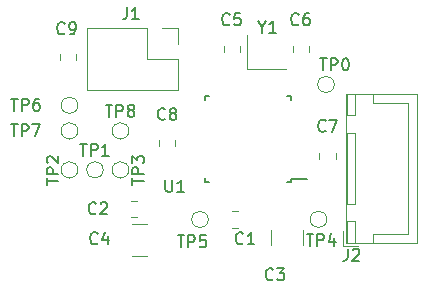
<source format=gbr>
G04 #@! TF.GenerationSoftware,KiCad,Pcbnew,(5.1.2-1)-1*
G04 #@! TF.CreationDate,2020-02-16T12:27:45-05:00*
G04 #@! TF.ProjectId,Delibird,44656c69-6269-4726-942e-6b696361645f,rev?*
G04 #@! TF.SameCoordinates,Original*
G04 #@! TF.FileFunction,Legend,Top*
G04 #@! TF.FilePolarity,Positive*
%FSLAX46Y46*%
G04 Gerber Fmt 4.6, Leading zero omitted, Abs format (unit mm)*
G04 Created by KiCad (PCBNEW (5.1.2-1)-1) date 2020-02-16 12:27:45*
%MOMM*%
%LPD*%
G04 APERTURE LIST*
%ADD10C,0.120000*%
%ADD11C,0.150000*%
G04 APERTURE END LIST*
D10*
X42843000Y-33885000D02*
X44093000Y-33885000D01*
X42843000Y-32635000D02*
X42843000Y-33885000D01*
X48343000Y-21735000D02*
X48343000Y-27285000D01*
X45393000Y-21735000D02*
X48343000Y-21735000D01*
X45393000Y-20985000D02*
X45393000Y-21735000D01*
X48343000Y-32835000D02*
X48343000Y-27285000D01*
X45393000Y-32835000D02*
X48343000Y-32835000D01*
X45393000Y-33585000D02*
X45393000Y-32835000D01*
X43143000Y-20985000D02*
X43143000Y-22785000D01*
X43893000Y-20985000D02*
X43143000Y-20985000D01*
X43893000Y-22785000D02*
X43893000Y-20985000D01*
X43143000Y-22785000D02*
X43893000Y-22785000D01*
X43143000Y-31785000D02*
X43143000Y-33585000D01*
X43893000Y-31785000D02*
X43143000Y-31785000D01*
X43893000Y-33585000D02*
X43893000Y-31785000D01*
X43143000Y-33585000D02*
X43893000Y-33585000D01*
X43143000Y-24285000D02*
X43143000Y-30285000D01*
X43893000Y-24285000D02*
X43143000Y-24285000D01*
X43893000Y-30285000D02*
X43893000Y-24285000D01*
X43143000Y-30285000D02*
X43893000Y-30285000D01*
X43133000Y-20975000D02*
X43133000Y-33595000D01*
X49103000Y-20975000D02*
X43133000Y-20975000D01*
X49103000Y-33595000D02*
X49103000Y-20975000D01*
X43133000Y-33595000D02*
X49103000Y-33595000D01*
D11*
X38404000Y-28224000D02*
X39829000Y-28224000D01*
X31154000Y-28449000D02*
X31479000Y-28449000D01*
X31154000Y-21199000D02*
X31479000Y-21199000D01*
X38404000Y-21199000D02*
X38079000Y-21199000D01*
X38404000Y-28449000D02*
X38079000Y-28449000D01*
X38404000Y-21199000D02*
X38404000Y-21524000D01*
X31154000Y-21199000D02*
X31154000Y-21524000D01*
X31154000Y-28449000D02*
X31154000Y-28124000D01*
X38404000Y-28449000D02*
X38404000Y-28224000D01*
D10*
X24703000Y-24130000D02*
G75*
G03X24703000Y-24130000I-700000J0D01*
G01*
X34722800Y-18849800D02*
X38022800Y-18849800D01*
X34722800Y-16049800D02*
X34722800Y-18849800D01*
X36740000Y-32544936D02*
X36740000Y-33749064D01*
X39460000Y-32544936D02*
X39460000Y-33749064D01*
X25015436Y-34761000D02*
X26219564Y-34761000D01*
X25015436Y-32041000D02*
X26219564Y-32041000D01*
X20385000Y-24130000D02*
G75*
G03X20385000Y-24130000I-700000J0D01*
G01*
X20385000Y-21971000D02*
G75*
G03X20385000Y-21971000I-700000J0D01*
G01*
X31434000Y-31623000D02*
G75*
G03X31434000Y-31623000I-700000J0D01*
G01*
X41467000Y-31623000D02*
G75*
G03X41467000Y-31623000I-700000J0D01*
G01*
X24703000Y-27432000D02*
G75*
G03X24703000Y-27432000I-700000J0D01*
G01*
X20385000Y-27432000D02*
G75*
G03X20385000Y-27432000I-700000J0D01*
G01*
X22544000Y-27432000D02*
G75*
G03X22544000Y-27432000I-700000J0D01*
G01*
X42102000Y-20193000D02*
G75*
G03X42102000Y-20193000I-700000J0D01*
G01*
X33925252Y-30913000D02*
X33402748Y-30913000D01*
X33925252Y-32333000D02*
X33402748Y-32333000D01*
X40819000Y-26027748D02*
X40819000Y-26550252D01*
X42239000Y-26027748D02*
X42239000Y-26550252D01*
X27230000Y-24893748D02*
X27230000Y-25416252D01*
X28650000Y-24893748D02*
X28650000Y-25416252D01*
X18848000Y-17645748D02*
X18848000Y-18168252D01*
X20268000Y-17645748D02*
X20268000Y-18168252D01*
X34161800Y-17448052D02*
X34161800Y-16925548D01*
X32741800Y-17448052D02*
X32741800Y-16925548D01*
X40003800Y-17448052D02*
X40003800Y-16925548D01*
X38583800Y-17448052D02*
X38583800Y-16925548D01*
X24884748Y-31444000D02*
X25407252Y-31444000D01*
X24884748Y-30024000D02*
X25407252Y-30024000D01*
X28889000Y-15434000D02*
X28889000Y-16764000D01*
X27559000Y-15434000D02*
X28889000Y-15434000D01*
X28889000Y-18034000D02*
X28889000Y-20634000D01*
X26289000Y-18034000D02*
X28889000Y-18034000D01*
X26289000Y-15434000D02*
X26289000Y-18034000D01*
X28889000Y-20634000D02*
X21149000Y-20634000D01*
X26289000Y-15434000D02*
X21149000Y-15434000D01*
X21149000Y-15434000D02*
X21149000Y-20634000D01*
D11*
X43227666Y-34123380D02*
X43227666Y-34837666D01*
X43180047Y-34980523D01*
X43084809Y-35075761D01*
X42941952Y-35123380D01*
X42846714Y-35123380D01*
X43656238Y-34218619D02*
X43703857Y-34171000D01*
X43799095Y-34123380D01*
X44037190Y-34123380D01*
X44132428Y-34171000D01*
X44180047Y-34218619D01*
X44227666Y-34313857D01*
X44227666Y-34409095D01*
X44180047Y-34551952D01*
X43608619Y-35123380D01*
X44227666Y-35123380D01*
X27813095Y-28281380D02*
X27813095Y-29090904D01*
X27860714Y-29186142D01*
X27908333Y-29233761D01*
X28003571Y-29281380D01*
X28194047Y-29281380D01*
X28289285Y-29233761D01*
X28336904Y-29186142D01*
X28384523Y-29090904D01*
X28384523Y-28281380D01*
X29384523Y-29281380D02*
X28813095Y-29281380D01*
X29098809Y-29281380D02*
X29098809Y-28281380D01*
X29003571Y-28424238D01*
X28908333Y-28519476D01*
X28813095Y-28567095D01*
X22741095Y-21931380D02*
X23312523Y-21931380D01*
X23026809Y-22931380D02*
X23026809Y-21931380D01*
X23645857Y-22931380D02*
X23645857Y-21931380D01*
X24026809Y-21931380D01*
X24122047Y-21979000D01*
X24169666Y-22026619D01*
X24217285Y-22121857D01*
X24217285Y-22264714D01*
X24169666Y-22359952D01*
X24122047Y-22407571D01*
X24026809Y-22455190D01*
X23645857Y-22455190D01*
X24788714Y-22359952D02*
X24693476Y-22312333D01*
X24645857Y-22264714D01*
X24598238Y-22169476D01*
X24598238Y-22121857D01*
X24645857Y-22026619D01*
X24693476Y-21979000D01*
X24788714Y-21931380D01*
X24979190Y-21931380D01*
X25074428Y-21979000D01*
X25122047Y-22026619D01*
X25169666Y-22121857D01*
X25169666Y-22169476D01*
X25122047Y-22264714D01*
X25074428Y-22312333D01*
X24979190Y-22359952D01*
X24788714Y-22359952D01*
X24693476Y-22407571D01*
X24645857Y-22455190D01*
X24598238Y-22550428D01*
X24598238Y-22740904D01*
X24645857Y-22836142D01*
X24693476Y-22883761D01*
X24788714Y-22931380D01*
X24979190Y-22931380D01*
X25074428Y-22883761D01*
X25122047Y-22836142D01*
X25169666Y-22740904D01*
X25169666Y-22550428D01*
X25122047Y-22455190D01*
X25074428Y-22407571D01*
X24979190Y-22359952D01*
X35972809Y-15343190D02*
X35972809Y-15819380D01*
X35639476Y-14819380D02*
X35972809Y-15343190D01*
X36306142Y-14819380D01*
X37163285Y-15819380D02*
X36591857Y-15819380D01*
X36877571Y-15819380D02*
X36877571Y-14819380D01*
X36782333Y-14962238D01*
X36687095Y-15057476D01*
X36591857Y-15105095D01*
X36917333Y-36679142D02*
X36869714Y-36726761D01*
X36726857Y-36774380D01*
X36631619Y-36774380D01*
X36488761Y-36726761D01*
X36393523Y-36631523D01*
X36345904Y-36536285D01*
X36298285Y-36345809D01*
X36298285Y-36202952D01*
X36345904Y-36012476D01*
X36393523Y-35917238D01*
X36488761Y-35822000D01*
X36631619Y-35774380D01*
X36726857Y-35774380D01*
X36869714Y-35822000D01*
X36917333Y-35869619D01*
X37250666Y-35774380D02*
X37869714Y-35774380D01*
X37536380Y-36155333D01*
X37679238Y-36155333D01*
X37774476Y-36202952D01*
X37822095Y-36250571D01*
X37869714Y-36345809D01*
X37869714Y-36583904D01*
X37822095Y-36679142D01*
X37774476Y-36726761D01*
X37679238Y-36774380D01*
X37393523Y-36774380D01*
X37298285Y-36726761D01*
X37250666Y-36679142D01*
X22058333Y-33631142D02*
X22010714Y-33678761D01*
X21867857Y-33726380D01*
X21772619Y-33726380D01*
X21629761Y-33678761D01*
X21534523Y-33583523D01*
X21486904Y-33488285D01*
X21439285Y-33297809D01*
X21439285Y-33154952D01*
X21486904Y-32964476D01*
X21534523Y-32869238D01*
X21629761Y-32774000D01*
X21772619Y-32726380D01*
X21867857Y-32726380D01*
X22010714Y-32774000D01*
X22058333Y-32821619D01*
X22915476Y-33059714D02*
X22915476Y-33726380D01*
X22677380Y-32678761D02*
X22439285Y-33393047D01*
X23058333Y-33393047D01*
X14740095Y-23582380D02*
X15311523Y-23582380D01*
X15025809Y-24582380D02*
X15025809Y-23582380D01*
X15644857Y-24582380D02*
X15644857Y-23582380D01*
X16025809Y-23582380D01*
X16121047Y-23630000D01*
X16168666Y-23677619D01*
X16216285Y-23772857D01*
X16216285Y-23915714D01*
X16168666Y-24010952D01*
X16121047Y-24058571D01*
X16025809Y-24106190D01*
X15644857Y-24106190D01*
X16549619Y-23582380D02*
X17216285Y-23582380D01*
X16787714Y-24582380D01*
X14740095Y-21423380D02*
X15311523Y-21423380D01*
X15025809Y-22423380D02*
X15025809Y-21423380D01*
X15644857Y-22423380D02*
X15644857Y-21423380D01*
X16025809Y-21423380D01*
X16121047Y-21471000D01*
X16168666Y-21518619D01*
X16216285Y-21613857D01*
X16216285Y-21756714D01*
X16168666Y-21851952D01*
X16121047Y-21899571D01*
X16025809Y-21947190D01*
X15644857Y-21947190D01*
X17073428Y-21423380D02*
X16882952Y-21423380D01*
X16787714Y-21471000D01*
X16740095Y-21518619D01*
X16644857Y-21661476D01*
X16597238Y-21851952D01*
X16597238Y-22232904D01*
X16644857Y-22328142D01*
X16692476Y-22375761D01*
X16787714Y-22423380D01*
X16978190Y-22423380D01*
X17073428Y-22375761D01*
X17121047Y-22328142D01*
X17168666Y-22232904D01*
X17168666Y-21994809D01*
X17121047Y-21899571D01*
X17073428Y-21851952D01*
X16978190Y-21804333D01*
X16787714Y-21804333D01*
X16692476Y-21851952D01*
X16644857Y-21899571D01*
X16597238Y-21994809D01*
X28837095Y-32980380D02*
X29408523Y-32980380D01*
X29122809Y-33980380D02*
X29122809Y-32980380D01*
X29741857Y-33980380D02*
X29741857Y-32980380D01*
X30122809Y-32980380D01*
X30218047Y-33028000D01*
X30265666Y-33075619D01*
X30313285Y-33170857D01*
X30313285Y-33313714D01*
X30265666Y-33408952D01*
X30218047Y-33456571D01*
X30122809Y-33504190D01*
X29741857Y-33504190D01*
X31218047Y-32980380D02*
X30741857Y-32980380D01*
X30694238Y-33456571D01*
X30741857Y-33408952D01*
X30837095Y-33361333D01*
X31075190Y-33361333D01*
X31170428Y-33408952D01*
X31218047Y-33456571D01*
X31265666Y-33551809D01*
X31265666Y-33789904D01*
X31218047Y-33885142D01*
X31170428Y-33932761D01*
X31075190Y-33980380D01*
X30837095Y-33980380D01*
X30741857Y-33932761D01*
X30694238Y-33885142D01*
X39759095Y-32853380D02*
X40330523Y-32853380D01*
X40044809Y-33853380D02*
X40044809Y-32853380D01*
X40663857Y-33853380D02*
X40663857Y-32853380D01*
X41044809Y-32853380D01*
X41140047Y-32901000D01*
X41187666Y-32948619D01*
X41235285Y-33043857D01*
X41235285Y-33186714D01*
X41187666Y-33281952D01*
X41140047Y-33329571D01*
X41044809Y-33377190D01*
X40663857Y-33377190D01*
X42092428Y-33186714D02*
X42092428Y-33853380D01*
X41854333Y-32805761D02*
X41616238Y-33520047D01*
X42235285Y-33520047D01*
X24979380Y-28693904D02*
X24979380Y-28122476D01*
X25979380Y-28408190D02*
X24979380Y-28408190D01*
X25979380Y-27789142D02*
X24979380Y-27789142D01*
X24979380Y-27408190D01*
X25027000Y-27312952D01*
X25074619Y-27265333D01*
X25169857Y-27217714D01*
X25312714Y-27217714D01*
X25407952Y-27265333D01*
X25455571Y-27312952D01*
X25503190Y-27408190D01*
X25503190Y-27789142D01*
X24979380Y-26884380D02*
X24979380Y-26265333D01*
X25360333Y-26598666D01*
X25360333Y-26455809D01*
X25407952Y-26360571D01*
X25455571Y-26312952D01*
X25550809Y-26265333D01*
X25788904Y-26265333D01*
X25884142Y-26312952D01*
X25931761Y-26360571D01*
X25979380Y-26455809D01*
X25979380Y-26741523D01*
X25931761Y-26836761D01*
X25884142Y-26884380D01*
X17740380Y-28693904D02*
X17740380Y-28122476D01*
X18740380Y-28408190D02*
X17740380Y-28408190D01*
X18740380Y-27789142D02*
X17740380Y-27789142D01*
X17740380Y-27408190D01*
X17788000Y-27312952D01*
X17835619Y-27265333D01*
X17930857Y-27217714D01*
X18073714Y-27217714D01*
X18168952Y-27265333D01*
X18216571Y-27312952D01*
X18264190Y-27408190D01*
X18264190Y-27789142D01*
X17835619Y-26836761D02*
X17788000Y-26789142D01*
X17740380Y-26693904D01*
X17740380Y-26455809D01*
X17788000Y-26360571D01*
X17835619Y-26312952D01*
X17930857Y-26265333D01*
X18026095Y-26265333D01*
X18168952Y-26312952D01*
X18740380Y-26884380D01*
X18740380Y-26265333D01*
X20582095Y-25233380D02*
X21153523Y-25233380D01*
X20867809Y-26233380D02*
X20867809Y-25233380D01*
X21486857Y-26233380D02*
X21486857Y-25233380D01*
X21867809Y-25233380D01*
X21963047Y-25281000D01*
X22010666Y-25328619D01*
X22058285Y-25423857D01*
X22058285Y-25566714D01*
X22010666Y-25661952D01*
X21963047Y-25709571D01*
X21867809Y-25757190D01*
X21486857Y-25757190D01*
X23010666Y-26233380D02*
X22439238Y-26233380D01*
X22724952Y-26233380D02*
X22724952Y-25233380D01*
X22629714Y-25376238D01*
X22534476Y-25471476D01*
X22439238Y-25519095D01*
X40902095Y-17994380D02*
X41473523Y-17994380D01*
X41187809Y-18994380D02*
X41187809Y-17994380D01*
X41806857Y-18994380D02*
X41806857Y-17994380D01*
X42187809Y-17994380D01*
X42283047Y-18042000D01*
X42330666Y-18089619D01*
X42378285Y-18184857D01*
X42378285Y-18327714D01*
X42330666Y-18422952D01*
X42283047Y-18470571D01*
X42187809Y-18518190D01*
X41806857Y-18518190D01*
X42997333Y-17994380D02*
X43092571Y-17994380D01*
X43187809Y-18042000D01*
X43235428Y-18089619D01*
X43283047Y-18184857D01*
X43330666Y-18375333D01*
X43330666Y-18613428D01*
X43283047Y-18803904D01*
X43235428Y-18899142D01*
X43187809Y-18946761D01*
X43092571Y-18994380D01*
X42997333Y-18994380D01*
X42902095Y-18946761D01*
X42854476Y-18899142D01*
X42806857Y-18803904D01*
X42759238Y-18613428D01*
X42759238Y-18375333D01*
X42806857Y-18184857D01*
X42854476Y-18089619D01*
X42902095Y-18042000D01*
X42997333Y-17994380D01*
X34377333Y-33631142D02*
X34329714Y-33678761D01*
X34186857Y-33726380D01*
X34091619Y-33726380D01*
X33948761Y-33678761D01*
X33853523Y-33583523D01*
X33805904Y-33488285D01*
X33758285Y-33297809D01*
X33758285Y-33154952D01*
X33805904Y-32964476D01*
X33853523Y-32869238D01*
X33948761Y-32774000D01*
X34091619Y-32726380D01*
X34186857Y-32726380D01*
X34329714Y-32774000D01*
X34377333Y-32821619D01*
X35329714Y-33726380D02*
X34758285Y-33726380D01*
X35044000Y-33726380D02*
X35044000Y-32726380D01*
X34948761Y-32869238D01*
X34853523Y-32964476D01*
X34758285Y-33012095D01*
X41362333Y-24106142D02*
X41314714Y-24153761D01*
X41171857Y-24201380D01*
X41076619Y-24201380D01*
X40933761Y-24153761D01*
X40838523Y-24058523D01*
X40790904Y-23963285D01*
X40743285Y-23772809D01*
X40743285Y-23629952D01*
X40790904Y-23439476D01*
X40838523Y-23344238D01*
X40933761Y-23249000D01*
X41076619Y-23201380D01*
X41171857Y-23201380D01*
X41314714Y-23249000D01*
X41362333Y-23296619D01*
X41695666Y-23201380D02*
X42362333Y-23201380D01*
X41933761Y-24201380D01*
X27773333Y-23108142D02*
X27725714Y-23155761D01*
X27582857Y-23203380D01*
X27487619Y-23203380D01*
X27344761Y-23155761D01*
X27249523Y-23060523D01*
X27201904Y-22965285D01*
X27154285Y-22774809D01*
X27154285Y-22631952D01*
X27201904Y-22441476D01*
X27249523Y-22346238D01*
X27344761Y-22251000D01*
X27487619Y-22203380D01*
X27582857Y-22203380D01*
X27725714Y-22251000D01*
X27773333Y-22298619D01*
X28344761Y-22631952D02*
X28249523Y-22584333D01*
X28201904Y-22536714D01*
X28154285Y-22441476D01*
X28154285Y-22393857D01*
X28201904Y-22298619D01*
X28249523Y-22251000D01*
X28344761Y-22203380D01*
X28535238Y-22203380D01*
X28630476Y-22251000D01*
X28678095Y-22298619D01*
X28725714Y-22393857D01*
X28725714Y-22441476D01*
X28678095Y-22536714D01*
X28630476Y-22584333D01*
X28535238Y-22631952D01*
X28344761Y-22631952D01*
X28249523Y-22679571D01*
X28201904Y-22727190D01*
X28154285Y-22822428D01*
X28154285Y-23012904D01*
X28201904Y-23108142D01*
X28249523Y-23155761D01*
X28344761Y-23203380D01*
X28535238Y-23203380D01*
X28630476Y-23155761D01*
X28678095Y-23108142D01*
X28725714Y-23012904D01*
X28725714Y-22822428D01*
X28678095Y-22727190D01*
X28630476Y-22679571D01*
X28535238Y-22631952D01*
X19264333Y-15851142D02*
X19216714Y-15898761D01*
X19073857Y-15946380D01*
X18978619Y-15946380D01*
X18835761Y-15898761D01*
X18740523Y-15803523D01*
X18692904Y-15708285D01*
X18645285Y-15517809D01*
X18645285Y-15374952D01*
X18692904Y-15184476D01*
X18740523Y-15089238D01*
X18835761Y-14994000D01*
X18978619Y-14946380D01*
X19073857Y-14946380D01*
X19216714Y-14994000D01*
X19264333Y-15041619D01*
X19740523Y-15946380D02*
X19931000Y-15946380D01*
X20026238Y-15898761D01*
X20073857Y-15851142D01*
X20169095Y-15708285D01*
X20216714Y-15517809D01*
X20216714Y-15136857D01*
X20169095Y-15041619D01*
X20121476Y-14994000D01*
X20026238Y-14946380D01*
X19835761Y-14946380D01*
X19740523Y-14994000D01*
X19692904Y-15041619D01*
X19645285Y-15136857D01*
X19645285Y-15374952D01*
X19692904Y-15470190D01*
X19740523Y-15517809D01*
X19835761Y-15565428D01*
X20026238Y-15565428D01*
X20121476Y-15517809D01*
X20169095Y-15470190D01*
X20216714Y-15374952D01*
X33234333Y-15089142D02*
X33186714Y-15136761D01*
X33043857Y-15184380D01*
X32948619Y-15184380D01*
X32805761Y-15136761D01*
X32710523Y-15041523D01*
X32662904Y-14946285D01*
X32615285Y-14755809D01*
X32615285Y-14612952D01*
X32662904Y-14422476D01*
X32710523Y-14327238D01*
X32805761Y-14232000D01*
X32948619Y-14184380D01*
X33043857Y-14184380D01*
X33186714Y-14232000D01*
X33234333Y-14279619D01*
X34139095Y-14184380D02*
X33662904Y-14184380D01*
X33615285Y-14660571D01*
X33662904Y-14612952D01*
X33758142Y-14565333D01*
X33996238Y-14565333D01*
X34091476Y-14612952D01*
X34139095Y-14660571D01*
X34186714Y-14755809D01*
X34186714Y-14993904D01*
X34139095Y-15089142D01*
X34091476Y-15136761D01*
X33996238Y-15184380D01*
X33758142Y-15184380D01*
X33662904Y-15136761D01*
X33615285Y-15089142D01*
X39076333Y-15089142D02*
X39028714Y-15136761D01*
X38885857Y-15184380D01*
X38790619Y-15184380D01*
X38647761Y-15136761D01*
X38552523Y-15041523D01*
X38504904Y-14946285D01*
X38457285Y-14755809D01*
X38457285Y-14612952D01*
X38504904Y-14422476D01*
X38552523Y-14327238D01*
X38647761Y-14232000D01*
X38790619Y-14184380D01*
X38885857Y-14184380D01*
X39028714Y-14232000D01*
X39076333Y-14279619D01*
X39933476Y-14184380D02*
X39743000Y-14184380D01*
X39647761Y-14232000D01*
X39600142Y-14279619D01*
X39504904Y-14422476D01*
X39457285Y-14612952D01*
X39457285Y-14993904D01*
X39504904Y-15089142D01*
X39552523Y-15136761D01*
X39647761Y-15184380D01*
X39838238Y-15184380D01*
X39933476Y-15136761D01*
X39981095Y-15089142D01*
X40028714Y-14993904D01*
X40028714Y-14755809D01*
X39981095Y-14660571D01*
X39933476Y-14612952D01*
X39838238Y-14565333D01*
X39647761Y-14565333D01*
X39552523Y-14612952D01*
X39504904Y-14660571D01*
X39457285Y-14755809D01*
X21931333Y-31091142D02*
X21883714Y-31138761D01*
X21740857Y-31186380D01*
X21645619Y-31186380D01*
X21502761Y-31138761D01*
X21407523Y-31043523D01*
X21359904Y-30948285D01*
X21312285Y-30757809D01*
X21312285Y-30614952D01*
X21359904Y-30424476D01*
X21407523Y-30329238D01*
X21502761Y-30234000D01*
X21645619Y-30186380D01*
X21740857Y-30186380D01*
X21883714Y-30234000D01*
X21931333Y-30281619D01*
X22312285Y-30281619D02*
X22359904Y-30234000D01*
X22455142Y-30186380D01*
X22693238Y-30186380D01*
X22788476Y-30234000D01*
X22836095Y-30281619D01*
X22883714Y-30376857D01*
X22883714Y-30472095D01*
X22836095Y-30614952D01*
X22264666Y-31186380D01*
X22883714Y-31186380D01*
X24558666Y-13676380D02*
X24558666Y-14390666D01*
X24511047Y-14533523D01*
X24415809Y-14628761D01*
X24272952Y-14676380D01*
X24177714Y-14676380D01*
X25558666Y-14676380D02*
X24987238Y-14676380D01*
X25272952Y-14676380D02*
X25272952Y-13676380D01*
X25177714Y-13819238D01*
X25082476Y-13914476D01*
X24987238Y-13962095D01*
M02*

</source>
